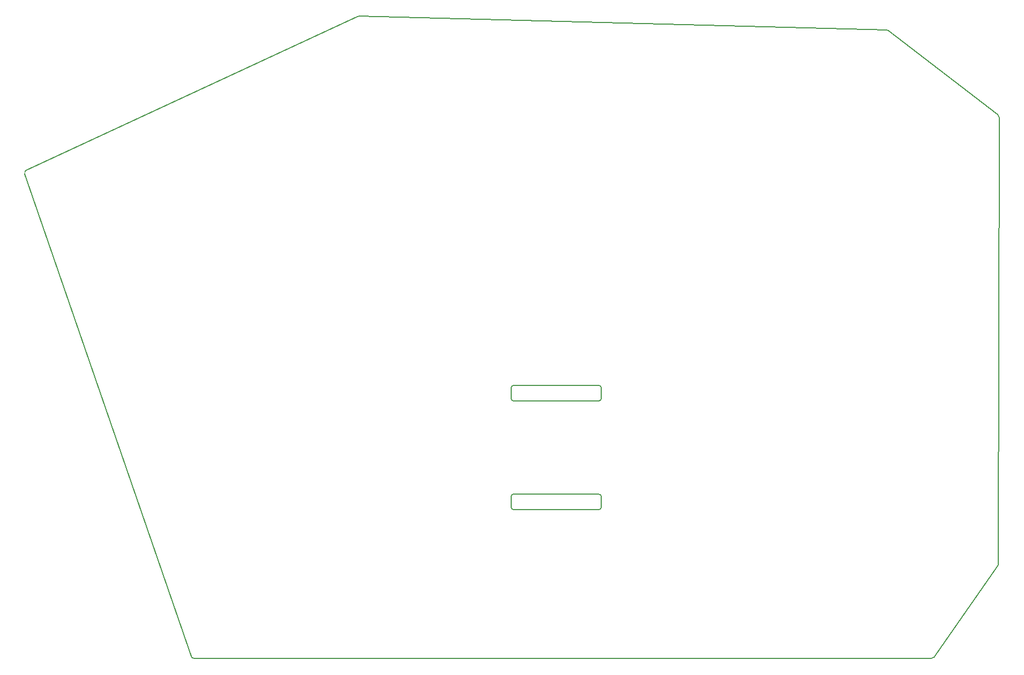
<source format=gm1>
%TF.GenerationSoftware,KiCad,Pcbnew,5.99.0-unknown-fa82fcb809~131~ubuntu20.04.1*%
%TF.CreationDate,2021-09-08T19:53:09+02:00*%
%TF.ProjectId,tuck-n-roll,7475636b-2d6e-42d7-926f-6c6c2e6b6963,VERSION_HERE*%
%TF.SameCoordinates,Original*%
%TF.FileFunction,Profile,NP*%
%FSLAX46Y46*%
G04 Gerber Fmt 4.6, Leading zero omitted, Abs format (unit mm)*
G04 Created by KiCad (PCBNEW 5.99.0-unknown-fa82fcb809~131~ubuntu20.04.1) date 2021-09-08 19:53:09*
%MOMM*%
%LPD*%
G01*
G04 APERTURE LIST*
%TA.AperFunction,Profile*%
%ADD10C,0.150000*%
%TD*%
G04 APERTURE END LIST*
D10*
X112102016Y-33975977D02*
X-4377834Y-33965732D01*
X-4850549Y-33628516D02*
X-31121454Y42667730D01*
X-30859307Y43283993D02*
X21399388Y67554877D01*
X21623201Y67601225D02*
X105159038Y65394908D01*
X105451238Y65290973D02*
X122627024Y52041081D01*
X122821622Y51644238D02*
X122687002Y-19074137D01*
X122596579Y-19359973D02*
X112511636Y-33762765D01*
X-4377834Y-33965732D02*
G75*
G02*
X-4850549Y-33628516I44J500000D01*
G01*
X-31121455Y42667730D02*
G75*
G02*
X-30859307Y43283993I472760J162784D01*
G01*
X21399388Y67554877D02*
G75*
G02*
X21623201Y67601225I210612J-453478D01*
G01*
X105159038Y65394907D02*
G75*
G02*
X105451238Y65290973I-13201J-499825D01*
G01*
X122627025Y52041081D02*
G75*
G02*
X122821622Y51644238I-305402J-395891D01*
G01*
X122687002Y-19074137D02*
G75*
G02*
X122596579Y-19359973I-499999J952D01*
G01*
X112511636Y-33762765D02*
G75*
G02*
X112102016Y-33975977I-409576J286788D01*
G01*
%TO.C,REF\u002A\u002A*%
X46022091Y-10409399D02*
X59622091Y-10409399D01*
X59622091Y-8009399D02*
X46022091Y-8009399D01*
X59922091Y-10109399D02*
X59922091Y-8309399D01*
X45722091Y-8309399D02*
X45722091Y-10109399D01*
X45722091Y-8309399D02*
G75*
G02*
X46022091Y-8009399I300000J0D01*
G01*
X46022091Y-10409399D02*
G75*
G02*
X45722091Y-10109399I0J300000D01*
G01*
X59622091Y-8009399D02*
G75*
G02*
X59922091Y-8309399I0J-300000D01*
G01*
X59922091Y-10109399D02*
G75*
G02*
X59622091Y-10409399I-300000J0D01*
G01*
X46022091Y9190601D02*
X59622091Y9190601D01*
X59622091Y6790601D02*
X46022091Y6790601D01*
X59922091Y8890601D02*
X59922091Y7090601D01*
X45722091Y7090601D02*
X45722091Y8890601D01*
X45722091Y7090601D02*
G75*
G03*
X46022091Y6790601I300000J0D01*
G01*
X46022091Y9190601D02*
G75*
G03*
X45722091Y8890601I0J-300000D01*
G01*
X59622091Y6790601D02*
G75*
G03*
X59922091Y7090601I0J300000D01*
G01*
X59922091Y8890601D02*
G75*
G03*
X59622091Y9190601I-300000J0D01*
G01*
%TD*%
M02*

</source>
